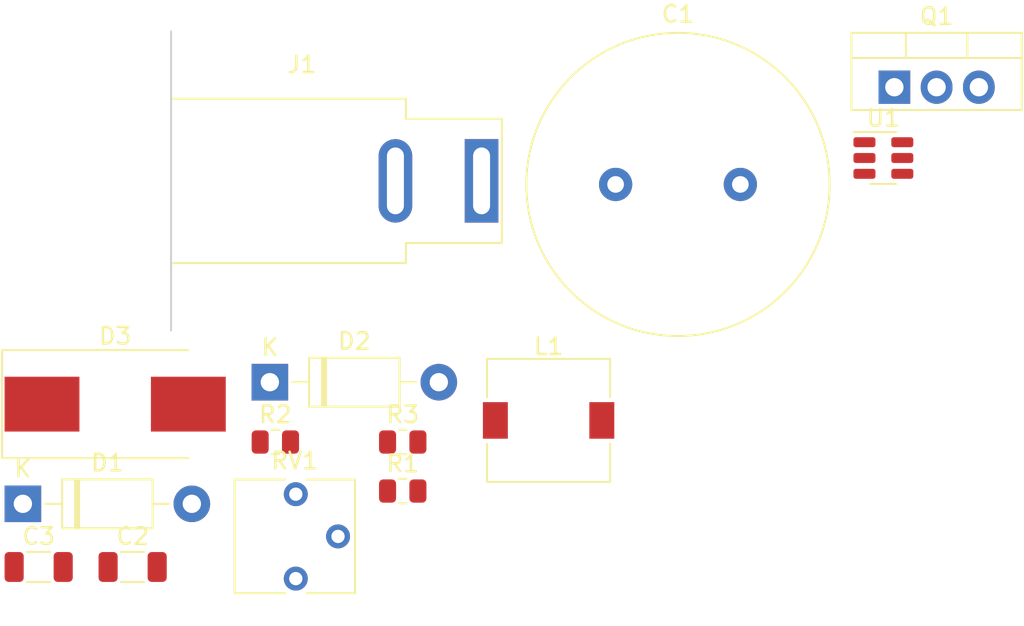
<source format=kicad_pcb>
(kicad_pcb (version 20211014) (generator pcbnew)
  (layers (0 "F.Cu" signal) (31 "B.Cu" signal) (34 "B.Paste" user) (35 "F.Paste" user) (36 "B.SilkS" user "B.Silkscreen") (37 "F.SilkS" user "F.Silkscreen") (38 "B.Mask" user) (39 "F.Mask" user) (44 "Edge.Cuts" user))
  (net 0 "")
  (net 1 "Net-(D1-Pad1)")
  (net 2 "GND")
  (net 3 "VCC")
  (net 4 "+12V")
  (net 5 "Net-(D1-Pad2)")
  (net 6 "Net-(D2-Pad2)")
  (net 7 "Net-(L1-Pad2)")
  (net 8 "Net-(R2-Pad1)")
  (net 9 "TRIGGER_PIN")
  (net 10 "Net-(R3-Pad1)")
  (net 11 "Net-(RV1-Pad2)")
  (net 12 "EN_PIN")
  (footprint "Potentiometer_THT:Potentiometer_Vishay_T73YP_Vertical" (layer "F.Cu") (at 110.31 102.46)
    (fp_text reference "RV1" (at -0.06 -7.09) (layer "F.SilkS"))
    (fp_text value "100K")
    (fp_line (start 3.56 -5.96) (end 3.56 0.88) (layer "F.SilkS") (width 0.12))
    (fp_line (start -3.68 -5.96) (end -3.68 0.88) (layer "F.SilkS") (width 0.12))
    (fp_line (start 0.65 -5.96) (end 3.56 -5.96) (layer "F.SilkS") (width 0.12))
    (fp_line (start -3.68 0.88) (end -0.65 0.88) (layer "F.SilkS") (width 0.12))
    (fp_line (start 0.65 0.88) (end 3.56 0.88) (layer "F.SilkS") (width 0.12))
    (fp_line (start -3.68 -5.96) (end -0.65 -5.96) (layer "F.SilkS") (width 0.12))
    (pad "1" thru_hole circle (at 0 0) (size 1.44 1.44) (drill 0.8) (layers *.Cu *.Mask) (net 4 "+12V"))
    (pad "2" thru_hole circle (at 2.54 -2.54) (size 1.44 1.44) (drill 0.8) (layers *.Cu *.Mask) (net 11 "Net-(RV1-Pad2)"))
    (pad "3" thru_hole circle (at 0 -5.08) (size 1.44 1.44) (drill 0.8) (layers *.Cu *.Mask) (net 10 "Net-(R3-Pad1)"))
  )
  (footprint "Connector_BarrelJack:BarrelJack_SwitchcraftConxall_RAPC10U_Horizontal" (layer "F.Cu") (at 121.48 78.525)
    (fp_text reference "J1" (at -10.8 -7) (layer "F.SilkS"))
    (fp_text value "Jack-DC")
    (fp_line (start -4.55 -3.74) (end -4.55 -4.945) (layer "F.SilkS") (width 0.12))
    (fp_line (start 1.22 3.74) (end 1.22 -3.74) (layer "F.SilkS") (width 0.12))
    (fp_line (start -4.55 3.74) (end 1.22 3.74) (layer "F.SilkS") (width 0.12))
    (fp_line (start -4.55 -4.945) (end -18.55 -4.945) (layer "F.SilkS") (width 0.12))
    (fp_line (start -4.55 4.945) (end -4.55 3.74) (layer "F.SilkS") (width 0.12))
    (fp_line (start -18.55 4.945) (end -4.55 4.945) (layer "F.SilkS") (width 0.12))
    (fp_line (start 1.22 -3.74) (end -4.55 -3.74) (layer "F.SilkS") (width 0.12))
    (fp_line (start -18.67 -9) (end -18.67 9) (layer "Edge.Cuts") (width 0.12))
    (pad "1" thru_hole rect (at 0 0) (size 2.02 5.02) (drill oval 1.02 4.02) (layers *.Cu *.Mask) (net 1 "Net-(D1-Pad1)"))
    (pad "2" thru_hole oval (at -5.18 0) (size 2.02 5.02) (drill oval 1.02 4.02) (layers *.Cu *.Mask) (net 5 "Net-(D1-Pad2)"))
  )
  (footprint "Capacitor_SMD:C_1206_3216Metric" (layer "F.Cu") (at 100.5 101.76)
    (fp_text reference "C2" (at 0 -1.85) (layer "F.SilkS"))
    (fp_text value "10uF")
    (fp_line (start -0.711252 0.91) (end 0.711252 0.91) (layer "F.SilkS") (width 0.12))
    (fp_line (start -0.711252 -0.91) (end 0.711252 -0.91) (layer "F.SilkS") (width 0.12))
    (pad "1" smd roundrect (at -1.475 0) (size 1.15 1.8) (layers "F.Cu" "F.Paste" "F.Mask") (roundrect_rratio 0.217391) (net 3 "VCC"))
    (pad "2" smd roundrect (at 1.475 0) (size 1.15 1.8) (layers "F.Cu" "F.Paste" "F.Mask") (roundrect_rratio 0.217391) (net 2 "GND"))
  )
  (footprint "Resistor_SMD:R_0805_2012Metric" (layer "F.Cu") (at 116.74 97.19)
    (fp_text reference "R1" (at 0 -1.65) (layer "F.SilkS"))
    (fp_text value "400")
    (fp_line (start -0.227064 -0.735) (end 0.227064 -0.735) (layer "F.SilkS") (width 0.12))
    (fp_line (start -0.227064 0.735) (end 0.227064 0.735) (layer "F.SilkS") (width 0.12))
    (pad "1" smd roundrect (at -0.9125 0) (size 1.025 1.4) (layers "F.Cu" "F.Paste" "F.Mask") (roundrect_rratio 0.243902) (net 4 "+12V"))
    (pad "2" smd roundrect (at 0.9125 0) (size 1.025 1.4) (layers "F.Cu" "F.Paste" "F.Mask") (roundrect_rratio 0.243902) (net 6 "Net-(D2-Pad2)"))
  )
  (footprint "Diode_THT:D_DO-41_SOD81_P10.16mm_Horizontal" (layer "F.Cu") (at 108.75 90.64)
    (fp_text reference "D2" (at 5.08 -2.47) (layer "F.SilkS"))
    (fp_text value "1N4004")
    (fp_text user "K" (at 0 -2.1) (layer "F.SilkS"))
    (fp_line (start 3.14 -1.47) (end 3.14 1.47) (layer "F.SilkS") (width 0.12))
    (fp_line (start 7.8 1.47) (end 7.8 -1.47) (layer "F.SilkS") (width 0.12))
    (fp_line (start 8.82 0) (end 7.8 0) (layer "F.SilkS") (width 0.12))
    (fp_line (start 3.38 -1.47) (end 3.38 1.47) (layer "F.SilkS") (width 0.12))
    (fp_line (start 1.34 0) (end 2.36 0) (layer "F.SilkS") (width 0.12))
    (fp_line (start 2.36 1.47) (end 7.8 1.47) (layer "F.SilkS") (width 0.12))
    (fp_line (start 7.8 -1.47) (end 2.36 -1.47) (layer "F.SilkS") (width 0.12))
    (fp_line (start 2.36 -1.47) (end 2.36 1.47) (layer "F.SilkS") (width 0.12))
    (fp_line (start 3.26 -1.47) (end 3.26 1.47) (layer "F.SilkS") (width 0.12))
    (pad "1" thru_hole rect (at 0 0) (size 2.2 2.2) (drill 1.1) (layers *.Cu *.Mask) (net 1 "Net-(D1-Pad1)"))
    (pad "2" thru_hole oval (at 10.16 0) (size 2.2 2.2) (drill 1.1) (layers *.Cu *.Mask) (net 6 "Net-(D2-Pad2)"))
  )
  (footprint "Diode_THT:D_DO-41_SOD81_P10.16mm_Horizontal" (layer "F.Cu") (at 93.9 97.96)
    (fp_text reference "D1" (at 5.08 -2.47) (layer "F.SilkS"))
    (fp_text value "1N4004")
    (fp_text user "K" (at 0 -2.1) (layer "F.SilkS"))
    (fp_line (start 7.8 1.47) (end 7.8 -1.47) (layer "F.SilkS") (width 0.12))
    (fp_line (start 3.14 -1.47) (end 3.14 1.47) (layer "F.SilkS") (width 0.12))
    (fp_line (start 2.36 -1.47) (end 2.36 1.47) (layer "F.SilkS") (width 0.12))
    (fp_line (start 3.26 -1.47) (end 3.26 1.47) (layer "F.SilkS") (width 0.12))
    (fp_line (start 2.36 1.47) (end 7.8 1.47) (layer "F.SilkS") (width 0.12))
    (fp_line (start 1.34 0) (end 2.36 0) (layer "F.SilkS") (width 0.12))
    (fp_line (start 8.82 0) (end 7.8 0) (layer "F.SilkS") (width 0.12))
    (fp_line (start 7.8 -1.47) (end 2.36 -1.47) (layer "F.SilkS") (width 0.12))
    (fp_line (start 3.38 -1.47) (end 3.38 1.47) (layer "F.SilkS") (width 0.12))
    (pad "1" thru_hole rect (at 0 0) (size 2.2 2.2) (drill 1.1) (layers *.Cu *.Mask) (net 1 "Net-(D1-Pad1)"))
    (pad "2" thru_hole oval (at 10.16 0) (size 2.2 2.2) (drill 1.1) (layers *.Cu *.Mask) (net 5 "Net-(D1-Pad2)"))
  )
  (footprint "Package_TO_SOT_THT:TO-220-3_Vertical" (layer "F.Cu") (at 146.3 72.89)
    (fp_text reference "Q1" (at 2.54 -4.27) (layer "F.SilkS"))
    (fp_text value "IRLB8721PBF")
    (fp_line (start -2.58 1.371) (end 7.66 1.371) (layer "F.SilkS") (width 0.12))
    (fp_line (start -2.58 -1.76) (end 7.66 -1.76) (layer "F.SilkS") (width 0.12))
    (fp_line (start -2.58 -3.27) (end 7.66 -3.27) (layer "F.SilkS") (width 0.12))
    (fp_line (start 4.391 -3.27) (end 4.391 -1.76) (layer "F.SilkS") (width 0.12))
    (fp_line (start 0.69 -3.27) (end 0.69 -1.76) (layer "F.SilkS") (width 0.12))
    (fp_line (start -2.58 -3.27) (end -2.58 1.371) (layer "F.SilkS") (width 0.12))
    (fp_line (start 7.66 -3.27) (end 7.66 1.371) (layer "F.SilkS") (width 0.12))
    (pad "1" thru_hole rect (at 0 0) (size 1.905 2) (drill 1.1) (layers *.Cu *.Mask) (net 8 "Net-(R2-Pad1)"))
    (pad "2" thru_hole oval (at 2.54 0) (size 1.905 2) (drill 1.1) (layers *.Cu *.Mask) (net 5 "Net-(D1-Pad2)"))
    (pad "3" thru_hole oval (at 5.08 0) (size 1.905 2) (drill 1.1) (layers *.Cu *.Mask) (net 2 "GND"))
  )
  (footprint "Capacitor_THT:C_Radial_D18.0mm_H35.5mm_P7.50mm" (layer "F.Cu") (at 129.54 78.74)
    (fp_text reference "C1" (at 3.75 -10.25) (layer "F.SilkS"))
    (fp_text value "4700x25")
    (fp_circle (center 3.75 0) (end 12.87 0) (layer "F.SilkS") (width 0.12) (fill none))
    (pad "1" thru_hole circle (at 0 0) (size 2 2) (drill 1) (layers *.Cu *.Mask) (net 1 "Net-(D1-Pad1)"))
    (pad "2" thru_hole circle (at 7.5 0) (size 2 2) (drill 1) (layers *.Cu *.Mask) (net 2 "GND"))
  )
  (footprint "Package_TO_SOT_SMD:SOT-23-6" (layer "F.Cu") (at 145.64 77.15)
    (fp_text reference "U1" (at 0 -2.4) (layer "F.SilkS"))
    (fp_text value "MT3608")
    (fp_line (start 0 1.56) (end 0.8 1.56) (layer "F.SilkS") (width 0.12))
    (fp_line (start 0 1.56) (end -0.8 1.56) (layer "F.SilkS") (width 0.12))
    (fp_line (start 0 -1.56) (end -1.8 -1.56) (layer "F.SilkS") (width 0.12))
    (fp_line (start 0 -1.56) (end 0.8 -1.56) (layer "F.SilkS") (width 0.12))
    (pad "1" smd roundrect (at -1.1375 -0.95) (size 1.325 0.6) (layers "F.Cu" "F.Paste" "F.Mask") (net 7 "Net-(L1-Pad2)"))
    (pad "2" smd roundrect (at -1.1375 0) (size 1.325 0.6) (layers "F.Cu" "F.Paste" "F.Mask") (net 2 "GND"))
    (pad "3" smd roundrect (at -1.1375 0.95) (size 1.325 0.6) (layers "F.Cu" "F.Paste" "F.Mask") (net 11 "Net-(RV1-Pad2)"))
    (pad "4" smd roundrect (at 1.1375 0.95) (size 1.325 0.6) (layers "F.Cu" "F.Paste" "F.Mask") (net 12 "EN_PIN"))
    (pad "5" smd roundrect (at 1.1375 0) (size 1.325 0.6) (layers "F.Cu" "F.Paste" "F.Mask") (net 3 "VCC"))
    (pad "6" smd roundrect (at 1.1375 -0.95) (size 1.325 0.6) (layers "F.Cu" "F.Paste" "F.Mask"))
  )
  (footprint "Resistor_SMD:R_0805_2012Metric" (layer "F.Cu") (at 109.08 94.24)
    (fp_text reference "R2" (at 0 -1.65) (layer "F.SilkS"))
    (fp_text value "500")
    (fp_line (start -0.227064 0.735) (end 0.227064 0.735) (layer "F.SilkS") (width 0.12))
    (fp_line (start -0.227064 -0.735) (end 0.227064 -0.735) (layer "F.SilkS") (width 0.12))
    (pad "1" smd roundrect (at -0.9125 0) (size 1.025 1.4) (layers "F.Cu" "F.Paste" "F.Mask") (roundrect_rratio 0.243902) (net 8 "Net-(R2-Pad1)"))
    (pad "2" smd roundrect (at 0.9125 0) (size 1.025 1.4) (layers "F.Cu" "F.Paste" "F.Mask") (roundrect_rratio 0.243902) (net 9 "TRIGGER_PIN"))
  )
  (footprint "Capacitor_SMD:C_1206_3216Metric" (layer "F.Cu") (at 94.85 101.76)
    (fp_text reference "C3" (at 0 -1.85) (layer "F.SilkS"))
    (fp_text value "10uF")
    (fp_line (start -0.711252 0.91) (end 0.711252 0.91) (layer "F.SilkS") (width 0.12))
    (fp_line (start -0.711252 -0.91) (end 0.711252 -0.91) (layer "F.SilkS") (width 0.12))
    (pad "1" smd roundrect (at -1.475 0) (size 1.15 1.8) (layers "F.Cu" "F.Paste" "F.Mask") (roundrect_rratio 0.217391) (net 4 "+12V"))
    (pad "2" smd roundrect (at 1.475 0) (size 1.15 1.8) (layers "F.Cu" "F.Paste" "F.Mask") (roundrect_rratio 0.217391) (net 2 "GND"))
  )
  (footprint "Inductor_SMD:L_7.3x7.3_H4.5" (layer "F.Cu") (at 125.51 92.94)
    (fp_text reference "L1" (at 0 -4.45) (layer "F.SilkS"))
    (fp_text value "22uH")
    (fp_line (start 3.7 1.4) (end 3.7 3.7) (layer "F.SilkS") (width 0.12))
    (fp_line (start -3.7 -1.4) (end -3.7 -3.7) (layer "F.SilkS") (width 0.12))
    (fp_line (start 3.7 3.7) (end -3.7 3.7) (layer "F.SilkS") (width 0.12))
    (fp_line (start -3.7 -3.7) (end 3.7 -3.7) (layer "F.SilkS") (width 0.12))
    (fp_line (start -3.7 3.7) (end -3.7 1.4) (layer "F.SilkS") (width 0.12))
    (fp_line (start 3.7 -3.7) (end 3.7 -1.4) (layer "F.SilkS") (width 0.12))
    (pad "1" smd rect (at -3.2 0) (size 1.5 2.2) (layers "F.Cu" "F.Paste" "F.Mask") (net 3 "VCC"))
    (pad "2" smd rect (at 3.2 0) (size 1.5 2.2) (layers "F.Cu" "F.Paste" "F.Mask") (net 7 "Net-(L1-Pad2)"))
  )
  (footprint "Resistor_SMD:R_0805_2012Metric" (layer "F.Cu") (at 116.74 94.24)
    (fp_text reference "R3" (at 0 -1.65) (layer "F.SilkS"))
    (fp_text value "2K2")
    (fp_line (start -0.227064 -0.735) (end 0.227064 -0.735) (layer "F.SilkS") (width 0.12))
    (fp_line (start -0.227064 0.735) (end 0.227064 0.735) (layer "F.SilkS") (width 0.12))
    (pad "1" smd roundrect (at -0.9125 0) (size 1.025 1.4) (layers "F.Cu" "F.Paste" "F.Mask") (roundrect_rratio 0.243902) (net 10 "Net-(R3-Pad1)"))
    (pad "2" smd roundrect (at 0.9125 0) (size 1.025 1.4) (layers "F.Cu" "F.Paste" "F.Mask") (roundrect_rratio 0.243902) (net 2 "GND"))
  )
  (footprint "Diode_SMD:D_SMC_Handsoldering" (layer "F.Cu") (at 99.45 91.96)
    (fp_text reference "D3" (at 0 -4.1) (layer "F.SilkS"))
    (fp_text value "SS34")
    (fp_line (start -6.8 3.25) (end -6.8 -3.25) (layer "F.SilkS") (width 0.12))
    (fp_line (start -6.8 3.25) (end 4.4 3.25) (layer "F.SilkS") (width 0.12))
    (fp_line (start -6.8 -3.25) (end 4.4 -3.25) (layer "F.SilkS") (width 0.12))
    (pad "1" smd rect (at -4.4 0 90) (size 3.3 4.5) (layers "F.Cu" "F.Paste" "F.Mask") (net 4 "+12V"))
    (pad "2" smd rect (at 4.4 0 90) (size 3.3 4.5) (layers "F.Cu" "F.Paste" "F.Mask") (net 7 "Net-(L1-Pad2)"))
  )
)
</source>
